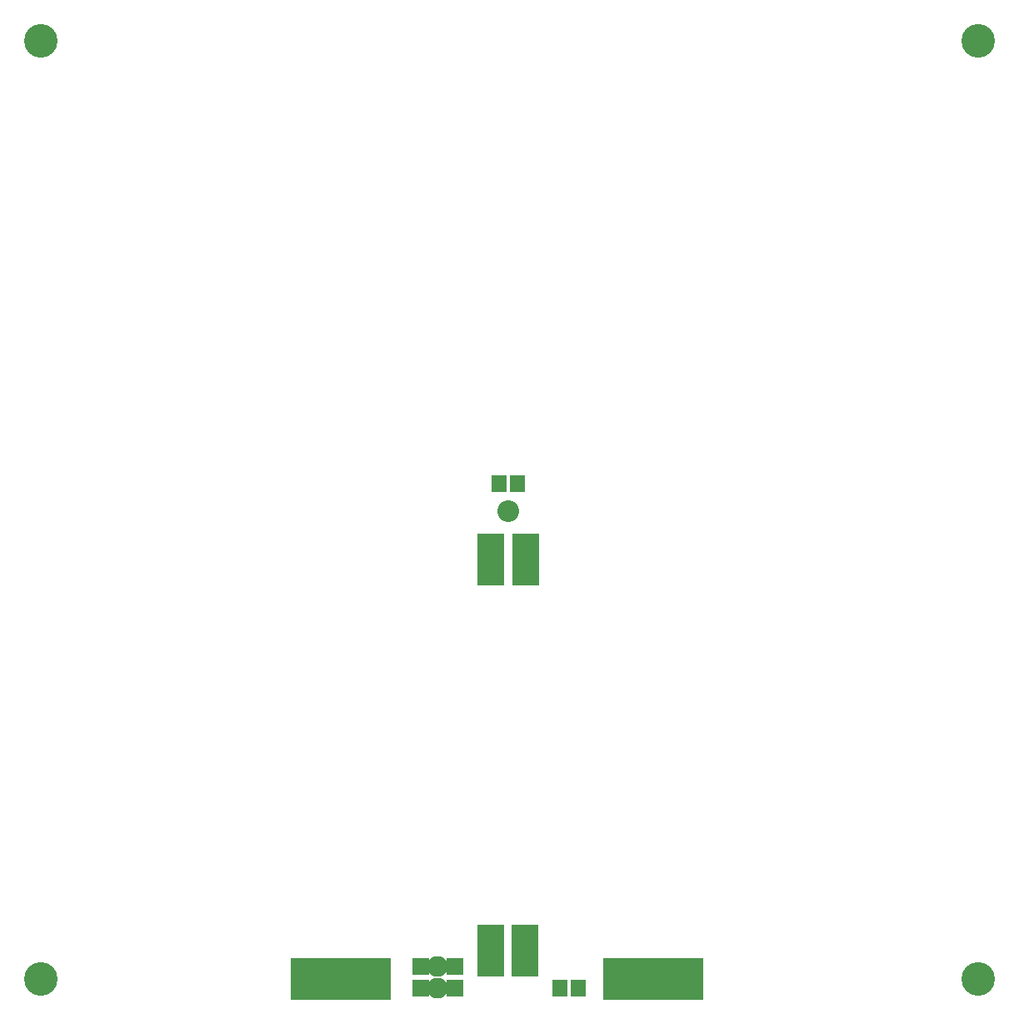
<source format=gbs>
G75*
%MOIN*%
%OFA0B0*%
%FSLAX24Y24*%
%IPPOS*%
%LPD*%
%AMOC8*
5,1,8,0,0,1.08239X$1,22.5*
%
%ADD10C,0.0867*%
%ADD11C,0.1340*%
%ADD12R,0.0671X0.0671*%
%ADD13C,0.0828*%
%ADD14R,0.0592X0.0671*%
%ADD15R,0.4017X0.1655*%
%ADD16C,0.1261*%
%ADD17R,0.1080X0.2080*%
D10*
X022445Y022578D03*
D11*
X003760Y003893D03*
X041260Y003893D03*
X041260Y041393D03*
X003760Y041393D03*
D12*
X018946Y004393D03*
X018946Y003518D03*
X020323Y003518D03*
X020323Y004393D03*
D13*
X019635Y004393D03*
X019635Y003518D03*
D14*
X024510Y003518D03*
X025259Y003518D03*
X022819Y023706D03*
X022071Y023706D03*
D15*
X028260Y003893D03*
X015760Y003893D03*
D16*
X015691Y003893D02*
X014510Y003893D01*
X028328Y003893D02*
X029510Y003893D01*
D17*
X023135Y005018D03*
X021760Y005018D03*
X021760Y020643D03*
X023153Y020643D03*
M02*

</source>
